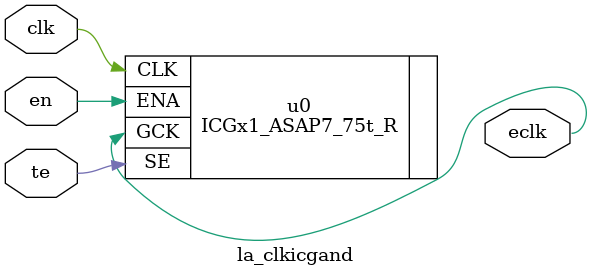
<source format=v>

module la_clkicgand #(
    parameter PROP = "DEFAULT"
) (
    input  clk,  // clock input
    input  te,   // test enable
    input  en,   // enable (from positive edge FF)
    output eclk  // enabled clock output
);

  // reg en_stable;

  // always @(clk or en or te) if (~clk) en_stable <= en | te;

  // assign eclk = clk & en_stable;

  ICGx1_ASAP7_75t_R u0 (
      .CLK(clk),
      .ENA(en),
      .SE (te),
      .GCK(eclk)
  );

endmodule

</source>
